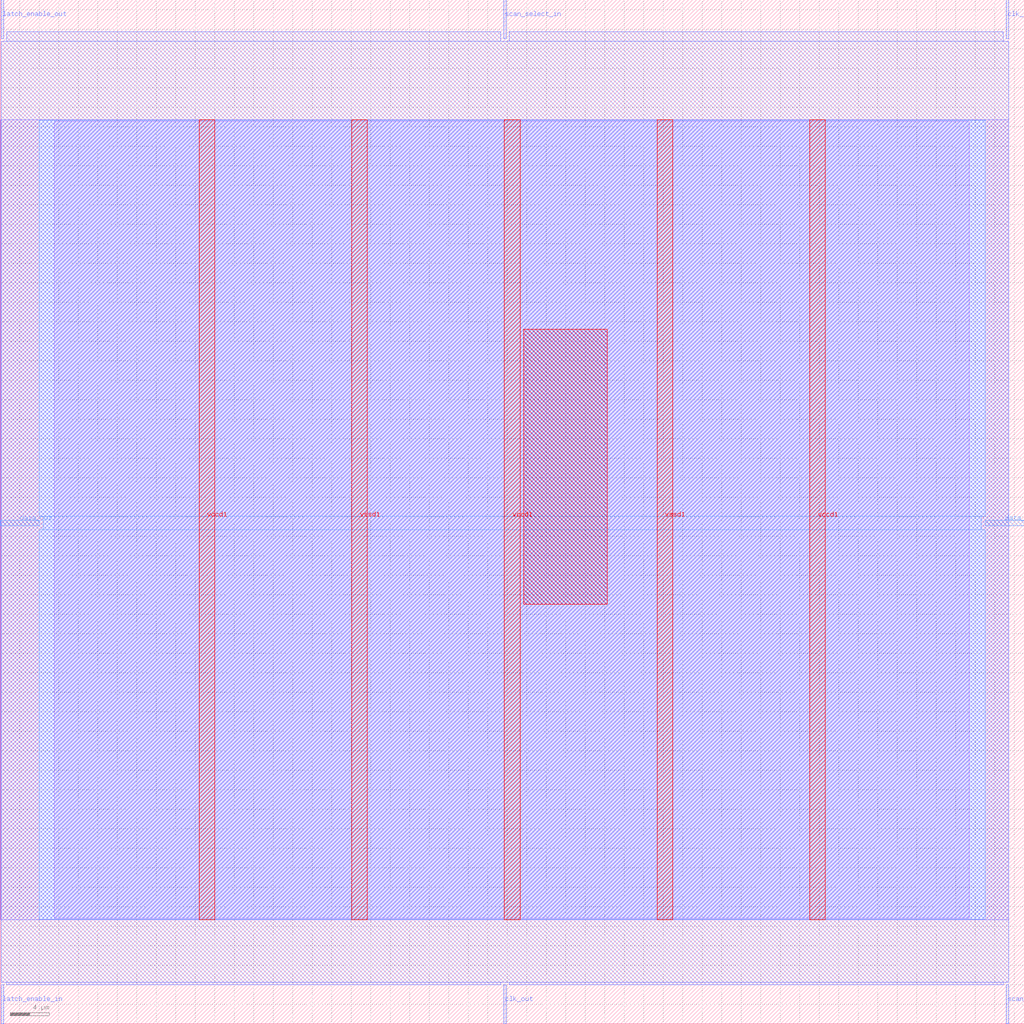
<source format=lef>
VERSION 5.7 ;
  NOWIREEXTENSIONATPIN ON ;
  DIVIDERCHAR "/" ;
  BUSBITCHARS "[]" ;
MACRO scan_wrapper_341496918381167187
  CLASS BLOCK ;
  FOREIGN scan_wrapper_341496918381167187 ;
  ORIGIN 0.000 0.000 ;
  SIZE 105.000 BY 105.000 ;
  PIN clk_in
    DIRECTION INPUT ;
    USE SIGNAL ;
    PORT
      LAYER met2 ;
        RECT 103.130 101.000 103.410 105.000 ;
    END
  END clk_in
  PIN clk_out
    DIRECTION OUTPUT TRISTATE ;
    USE SIGNAL ;
    PORT
      LAYER met2 ;
        RECT 51.610 0.000 51.890 4.000 ;
    END
  END clk_out
  PIN data_in
    DIRECTION INPUT ;
    USE SIGNAL ;
    PORT
      LAYER met3 ;
        RECT 101.000 51.040 105.000 51.640 ;
    END
  END data_in
  PIN data_out
    DIRECTION OUTPUT TRISTATE ;
    USE SIGNAL ;
    PORT
      LAYER met3 ;
        RECT 0.000 51.040 4.000 51.640 ;
    END
  END data_out
  PIN latch_enable_in
    DIRECTION INPUT ;
    USE SIGNAL ;
    PORT
      LAYER met2 ;
        RECT 0.090 0.000 0.370 4.000 ;
    END
  END latch_enable_in
  PIN latch_enable_out
    DIRECTION OUTPUT TRISTATE ;
    USE SIGNAL ;
    PORT
      LAYER met2 ;
        RECT 0.090 101.000 0.370 105.000 ;
    END
  END latch_enable_out
  PIN scan_select_in
    DIRECTION INPUT ;
    USE SIGNAL ;
    PORT
      LAYER met2 ;
        RECT 51.610 101.000 51.890 105.000 ;
    END
  END scan_select_in
  PIN scan_select_out
    DIRECTION OUTPUT TRISTATE ;
    USE SIGNAL ;
    PORT
      LAYER met2 ;
        RECT 103.130 0.000 103.410 4.000 ;
    END
  END scan_select_out
  PIN vccd1
    DIRECTION INPUT ;
    USE POWER ;
    PORT
      LAYER met4 ;
        RECT 20.380 10.640 21.980 92.720 ;
    END
    PORT
      LAYER met4 ;
        RECT 51.700 10.640 53.300 92.720 ;
    END
    PORT
      LAYER met4 ;
        RECT 83.020 10.640 84.620 92.720 ;
    END
  END vccd1
  PIN vssd1
    DIRECTION INPUT ;
    USE GROUND ;
    PORT
      LAYER met4 ;
        RECT 36.040 10.640 37.640 92.720 ;
    END
    PORT
      LAYER met4 ;
        RECT 67.360 10.640 68.960 92.720 ;
    END
  END vssd1
  OBS
      LAYER li1 ;
        RECT 5.520 10.795 99.360 92.565 ;
      LAYER met1 ;
        RECT 0.070 10.640 103.430 92.720 ;
      LAYER met2 ;
        RECT 0.650 100.720 51.330 101.730 ;
        RECT 52.170 100.720 102.850 101.730 ;
        RECT 0.100 4.280 103.400 100.720 ;
        RECT 0.650 4.000 51.330 4.280 ;
        RECT 52.170 4.000 102.850 4.280 ;
      LAYER met3 ;
        RECT 4.000 52.040 101.000 92.645 ;
        RECT 4.400 50.640 100.600 52.040 ;
        RECT 4.000 10.715 101.000 50.640 ;
      LAYER met4 ;
        RECT 53.700 43.015 62.265 71.225 ;
  END
END scan_wrapper_341496918381167187
END LIBRARY


</source>
